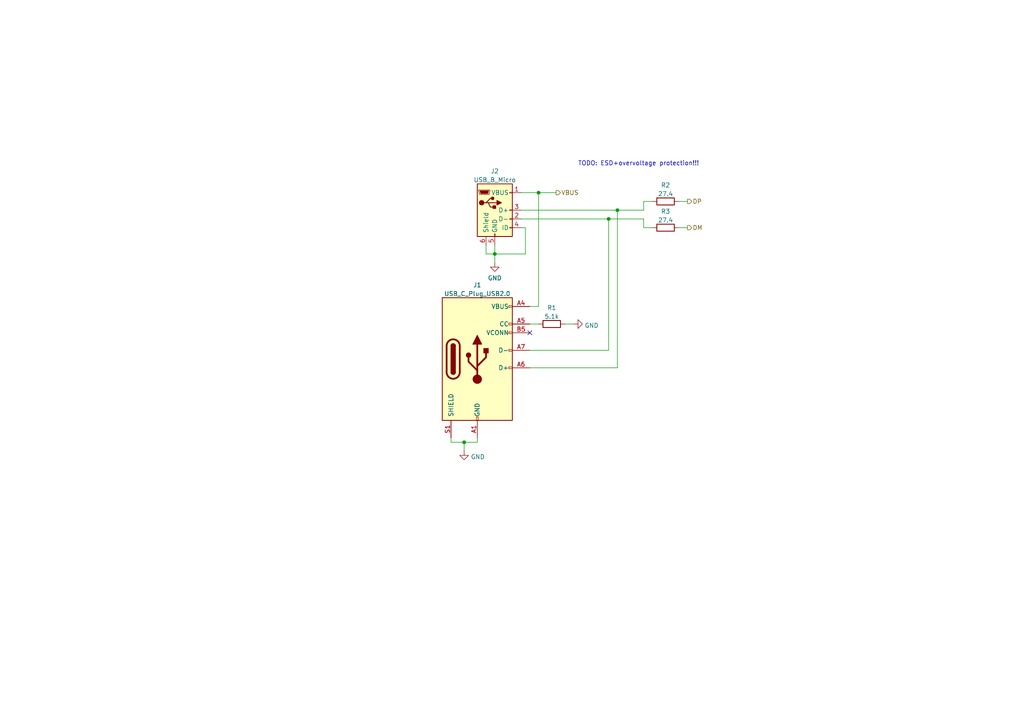
<source format=kicad_sch>
(kicad_sch (version 20211123) (generator eeschema)
  (paper "A4")
  (lib_symbols
    (symbol "Connector:USB_B_Micro" (pin_names (offset 1.016))
      (property "Reference" "J" (at -5.08 11.43 0))
      (property "Value" "USB_B_Micro" (at -5.08 8.89 0))
      (symbol "USB_B_Micro_0_1"
        (rectangle (start -5.08 -7.62) (end 5.08 7.62) (stroke (width 0.254)) (fill (type background)))
        (circle (center -3.81 2.159) (radius 0.635) (stroke (width 0.254)) (fill (type outline)))
        (circle (center -0.635 3.429) (radius 0.381) (stroke (width 0.254)) (fill (type outline)))
        (rectangle (start -0.127 -7.62) (end 0.127 -6.858))
        (polyline (pts (xy -1.905 2.159) (xy 0.635 2.159)) (stroke (width 0.254)))
        (polyline (pts (xy -3.175 2.159) (xy -2.54 2.159) (xy -1.27 3.429) (xy -0.635 3.429)) (stroke (width 0.254)))
        (polyline (pts (xy -2.54 2.159) (xy -1.905 2.159) (xy -1.27 0.889) (xy 0 0.889)) (stroke (width 0.254)))
        (polyline (pts (xy 0.635 2.794) (xy 0.635 1.524) (xy 1.905 2.159) (xy 0.635 2.794)) (stroke (width 0.254)) (fill (type outline)))
        (polyline (pts (xy -4.318 5.588) (xy -1.778 5.588) (xy -2.032 4.826) (xy -4.064 4.826) (xy -4.318 5.588)) (fill (type outline)))
        (polyline (pts (xy -4.699 5.842) (xy -4.699 5.588) (xy -4.445 4.826) (xy -4.445 4.572) (xy -1.651 4.572) (xy -1.651 4.826) (xy -1.397 5.588) (xy -1.397 5.842) (xy -4.699 5.842)))
        (rectangle (start 0.254 1.27) (end -0.508 0.508) (stroke (width 0.254)) (fill (type outline)))
        (rectangle (start 5.08 -5.207) (end 4.318 -4.953))
        (rectangle (start 5.08 -2.667) (end 4.318 -2.413))
        (rectangle (start 5.08 -0.127) (end 4.318 0.127))
        (rectangle (start 5.08 4.953) (end 4.318 5.207))
      )
      (symbol "USB_B_Micro_1_1"
        (pin power_out line (at 7.62 5.08 180) (length 2.54) (name "VBUS") (number "1"))
        (pin bidirectional line (at 7.62 -2.54 180) (length 2.54) (name "D-") (number "2"))
        (pin bidirectional line (at 7.62 0 180) (length 2.54) (name "D+") (number "3"))
        (pin passive line (at 7.62 -5.08 180) (length 2.54) (name "ID") (number "4"))
        (pin power_out line (at 0 -10.16 90) (length 2.54) (name "GND") (number "5"))
        (pin passive line (at -2.54 -10.16 90) (length 2.54) (name "Shield") (number "6"))
      )
    )
    (symbol "Connector:USB_C_Plug_USB2.0" (pin_names (offset 1.016))
      (property "Reference" "P" (at -10.16 19.05 0))
      (property "Value" "USB_C_Plug_USB2.0" (at 12.7 19.05 0))
      (symbol "USB_C_Plug_USB2.0_0_0"
        (rectangle (start -0.254 -17.78) (end 0.254 -16.764))
        (rectangle (start 10.16 -2.286) (end 9.144 -2.794))
        (rectangle (start 10.16 2.794) (end 9.144 2.286))
        (rectangle (start 10.16 7.874) (end 9.144 7.366))
        (rectangle (start 10.16 10.414) (end 9.144 9.906))
        (rectangle (start 10.16 15.494) (end 9.144 14.986))
      )
      (symbol "USB_C_Plug_USB2.0_0_1"
        (rectangle (start -10.16 17.78) (end 10.16 -17.78) (stroke (width 0.254)) (fill (type background)))
        (arc (start -8.89 -3.81) (mid -6.985 -5.715) (end -5.08 -3.81) (stroke (width 0.508)))
        (arc (start -7.62 -3.81) (mid -6.985 -4.445) (end -6.35 -3.81) (stroke (width 0.254)))
        (arc (start -7.62 -3.81) (mid -6.985 -4.445) (end -6.35 -3.81) (stroke (width 0.254)) (fill (type outline)))
        (rectangle (start -7.62 -3.81) (end -6.35 3.81) (stroke (width 0.254)) (fill (type outline)))
        (arc (start -6.35 3.81) (mid -6.985 4.445) (end -7.62 3.81) (stroke (width 0.254)))
        (arc (start -6.35 3.81) (mid -6.985 4.445) (end -7.62 3.81) (stroke (width 0.254)) (fill (type outline)))
        (arc (start -5.08 3.81) (mid -6.985 5.715) (end -8.89 3.81) (stroke (width 0.508)))
        (circle (center -2.54 1.143) (radius 0.635) (stroke (width 0.254)) (fill (type outline)))
        (circle (center 0 -5.842) (radius 1.27) (fill (type outline)))
        (polyline (pts (xy -8.89 -3.81) (xy -8.89 3.81)) (stroke (width 0.508)))
        (polyline (pts (xy -5.08 3.81) (xy -5.08 -3.81)) (stroke (width 0.508)))
        (polyline (pts (xy 0 -5.842) (xy 0 4.318)) (stroke (width 0.508)))
        (polyline (pts (xy 0 -3.302) (xy -2.54 -0.762) (xy -2.54 0.508)) (stroke (width 0.508)))
        (polyline (pts (xy 0 -2.032) (xy 2.54 0.508) (xy 2.54 1.778)) (stroke (width 0.508)))
        (polyline (pts (xy -1.27 4.318) (xy 0 6.858) (xy 1.27 4.318) (xy -1.27 4.318)) (stroke (width 0.254)) (fill (type outline)))
        (rectangle (start 1.905 1.778) (end 3.175 3.048) (stroke (width 0.254)) (fill (type outline)))
      )
      (symbol "USB_C_Plug_USB2.0_1_1"
        (pin passive line (at 0 -22.86 90) (length 5.08) (name "GND") (number "A1"))
        (pin passive line (at 0 -22.86 90) (length 5.08) hide (name "GND") (number "A12"))
        (pin passive line (at 15.24 15.24 180) (length 5.08) (name "VBUS") (number "A4"))
        (pin bidirectional line (at 15.24 10.16 180) (length 5.08) (name "CC") (number "A5"))
        (pin bidirectional line (at 15.24 -2.54 180) (length 5.08) (name "D+") (number "A6"))
        (pin bidirectional line (at 15.24 2.54 180) (length 5.08) (name "D-") (number "A7"))
        (pin passive line (at 15.24 15.24 180) (length 5.08) hide (name "VBUS") (number "A9"))
        (pin passive line (at 0 -22.86 90) (length 5.08) hide (name "GND") (number "B1"))
        (pin passive line (at 0 -22.86 90) (length 5.08) hide (name "GND") (number "B12"))
        (pin passive line (at 15.24 15.24 180) (length 5.08) hide (name "VBUS") (number "B4"))
        (pin bidirectional line (at 15.24 7.62 180) (length 5.08) (name "VCONN") (number "B5"))
        (pin passive line (at 15.24 15.24 180) (length 5.08) hide (name "VBUS") (number "B9"))
        (pin passive line (at -7.62 -22.86 90) (length 5.08) (name "SHIELD") (number "S1"))
      )
    )
    (symbol "Device:R" (pin_numbers hide) (pin_names (offset 0))
      (property "Reference" "R" (at 2.032 0 90))
      (property "Value" "R" (at 0 0 90))
      (symbol "R_0_1"
        (rectangle (start -1.016 -2.54) (end 1.016 2.54) (stroke (width 0.254)))
      )
      (symbol "R_1_1"
        (pin passive line (at 0 3.81 270) (length 1.27) (name "~") (number "1"))
        (pin passive line (at 0 -3.81 90) (length 1.27) (name "~") (number "2"))
      )
    )
    (symbol "power:GND" (power) (pin_names (offset 0))
      (property "Value" "GND" (at 0 -3.81 0))
      (symbol "GND_0_1"
        (polyline (pts (xy 0 0) (xy 0 -1.27) (xy 1.27 -1.27) (xy 0 -2.54) (xy -1.27 -1.27) (xy 0 -1.27)))
      )
      (symbol "GND_1_1"
        (pin power_in line (at 0 0 270) (length 0) hide (name "GND") (number "1"))
      )
    )
  )
  (junction (at 134.62 128.27))
  (junction (at 179.07 60.96))
  (junction (at 156.21 55.88))
  (junction (at 143.51 73.66))
  (junction (at 176.53 63.5))
  (no_connect (at 153.67 96.52))
  (wire (pts (xy 196.85 66.04) (xy 199.39 66.04)))
  (wire (pts (xy 153.67 106.68) (xy 179.07 106.68)))
  (wire (pts (xy 134.62 128.27) (xy 134.62 130.81)))
  (wire (pts (xy 151.13 60.96) (xy 179.07 60.96)))
  (wire (pts (xy 143.51 73.66) (xy 152.4 73.66)))
  (wire (pts (xy 186.69 66.04) (xy 189.23 66.04)))
  (wire (pts (xy 156.21 55.88) (xy 161.29 55.88)))
  (wire (pts (xy 186.69 58.42) (xy 189.23 58.42)))
  (wire (pts (xy 143.51 73.66) (xy 143.51 76.2)))
  (wire (pts (xy 196.85 58.42) (xy 199.39 58.42)))
  (wire (pts (xy 130.81 128.27) (xy 134.62 128.27)))
  (wire (pts (xy 179.07 60.96) (xy 186.69 60.96)))
  (wire (pts (xy 140.97 71.12) (xy 140.97 73.66)))
  (wire (pts (xy 152.4 66.04) (xy 152.4 73.66)))
  (wire (pts (xy 156.21 88.9) (xy 156.21 55.88)))
  (wire (pts (xy 153.67 93.98) (xy 156.21 93.98)))
  (wire (pts (xy 151.13 55.88) (xy 156.21 55.88)))
  (wire (pts (xy 140.97 73.66) (xy 143.51 73.66)))
  (wire (pts (xy 163.83 93.98) (xy 166.37 93.98)))
  (wire (pts (xy 153.67 88.9) (xy 156.21 88.9)))
  (wire (pts (xy 153.67 101.6) (xy 176.53 101.6)))
  (wire (pts (xy 176.53 63.5) (xy 186.69 63.5)))
  (wire (pts (xy 176.53 63.5) (xy 176.53 101.6)))
  (wire (pts (xy 130.81 127) (xy 130.81 128.27)))
  (wire (pts (xy 151.13 63.5) (xy 176.53 63.5)))
  (wire (pts (xy 179.07 60.96) (xy 179.07 106.68)))
  (wire (pts (xy 151.13 66.04) (xy 152.4 66.04)))
  (wire (pts (xy 186.69 60.96) (xy 186.69 58.42)))
  (wire (pts (xy 186.69 63.5) (xy 186.69 66.04)))
  (wire (pts (xy 134.62 128.27) (xy 138.43 128.27)))
  (wire (pts (xy 138.43 128.27) (xy 138.43 127)))
  (wire (pts (xy 143.51 73.66) (xy 143.51 71.12)))
  (text "TODO: ESD+overvoltage protection!!!" (at 167.64 48.26 0) (effects (font (size 1.27 1.27)) (justify left bottom)))
  (hierarchical_label "DM" (shape output) (at 199.39 66.04 0))
  (hierarchical_label "VBUS" (shape output) (at 161.29 55.88 0))
  (hierarchical_label "DP" (shape output) (at 199.39 58.42 0))
  (symbol (lib_id "Device:R") (at 160.02 93.98 90) (unit 1)
    (property "Reference" "R1" (at 160.02 89.2642 90))
    (property "Value" "5.1k" (at 160.02 91.8011 90))
  )
  (symbol (lib_id "Device:R") (at 193.04 66.04 90) (unit 1)
    (property "Reference" "R3" (at 193.04 61.3242 90))
    (property "Value" "27.4" (at 193.04 63.8611 90))
  )
  (symbol (lib_id "Connector:USB_B_Micro") (at 143.51 60.96 0) (unit 1)
    (property "Reference" "J2" (at 143.51 49.6402 0))
    (property "Value" "USB_B_Micro" (at 143.51 52.1771 0))
  )
  (symbol (lib_id "Connector:USB_C_Plug_USB2.0") (at 138.43 104.14 0) (unit 1)
    (property "Reference" "J1" (at 138.43 82.6602 0))
    (property "Value" "USB_C_Plug_USB2.0" (at 138.43 85.1971 0))
    (property "Datasheet" "https://www.usb.org/sites/default/files/documents/usb_type-c.zip" (effects hide))
  )
  (symbol (lib_id "Device:R") (at 193.04 58.42 90) (unit 1)
    (property "Reference" "R2" (at 193.04 53.7042 90))
    (property "Value" "27.4" (at 193.04 56.2411 90))
  )
  (symbol (lib_id "power:GND") (at 134.62 130.81 0) (unit 1)
    (property "Reference" "#PWR0113" (effects hide))
    (property "Value" "GND" (at 136.525 132.5138 0) (effects (justify left)))
  )
  (symbol (lib_id "power:GND") (at 166.37 93.98 90) (unit 1)
    (property "Reference" "#PWR0111" (effects hide))
    (property "Value" "GND" (at 169.545 94.4138 90) (effects (justify right)))
  )
  (symbol (lib_id "power:GND") (at 143.51 76.2 0) (unit 1)
    (property "Reference" "#PWR0112" (effects hide))
    (property "Value" "GND" (at 143.51 80.6434 0))
  )
)
</source>
